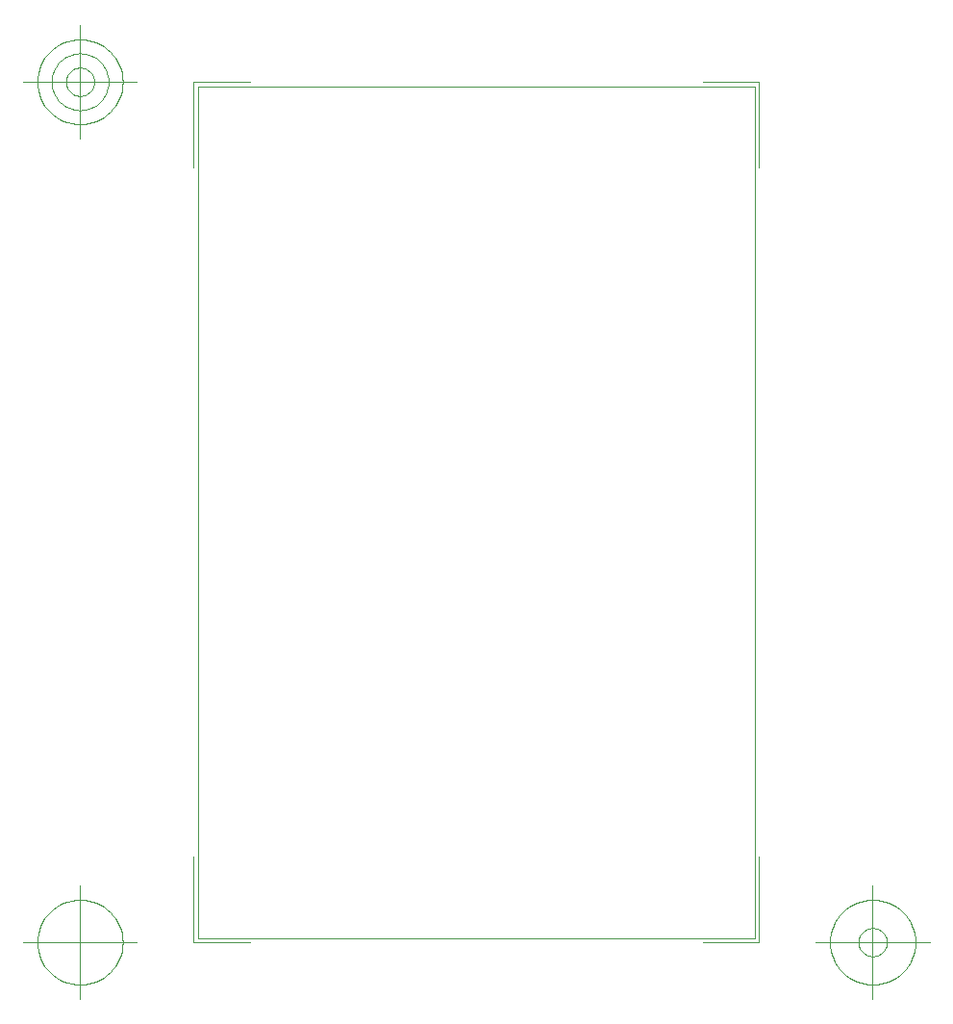
<source format=gbr>
G04 Generated by Ultiboard *
%FSLAX25Y25*%
%MOIN*%

%ADD10C,0.00004*%
%ADD11C,0.00394*%


G04 ColorRGB 00FFFF for the following layer *
%LNBoard Outline*%
%LPD*%
%FSLAX25Y25*%
%MOIN*%
G54D10*
X13000Y96000D02*
X206000Y96000D01*
X206000Y96000D02*
X206000Y391000D01*
X206000Y391000D02*
X13000Y391000D01*
X13000Y391000D02*
X13000Y96000D01*
G54D11*
X11500Y94500D02*
X11500Y124300D01*
X11500Y94500D02*
X31100Y94500D01*
X207500Y94500D02*
X187900Y94500D01*
X207500Y94500D02*
X207500Y124300D01*
X207500Y392500D02*
X207500Y362700D01*
X207500Y392500D02*
X187900Y392500D01*
X11500Y392500D02*
X31100Y392500D01*
X11500Y392500D02*
X11500Y362700D01*
X-8185Y94500D02*
X-47555Y94500D01*
X-27870Y74815D02*
X-27870Y114185D01*
X-13106Y94500D02*
X-13177Y95947D01*
X-13177Y95947D02*
X-13390Y97380D01*
X-13390Y97380D02*
X-13742Y98786D01*
X-13742Y98786D02*
X-14230Y100150D01*
X-14230Y100150D02*
X-14850Y101460D01*
X-14850Y101460D02*
X-15594Y102702D01*
X-15594Y102702D02*
X-16458Y103866D01*
X-16458Y103866D02*
X-17431Y104940D01*
X-17431Y104940D02*
X-18504Y105913D01*
X-18504Y105913D02*
X-19668Y106776D01*
X-19668Y106776D02*
X-20910Y107520D01*
X-20910Y107520D02*
X-22220Y108140D01*
X-22220Y108140D02*
X-23584Y108628D01*
X-23584Y108628D02*
X-24990Y108980D01*
X-24990Y108980D02*
X-26423Y109193D01*
X-26423Y109193D02*
X-27870Y109264D01*
X-27870Y109264D02*
X-29317Y109193D01*
X-29317Y109193D02*
X-30750Y108980D01*
X-30750Y108980D02*
X-32156Y108628D01*
X-32156Y108628D02*
X-33520Y108140D01*
X-33520Y108140D02*
X-34830Y107520D01*
X-34830Y107520D02*
X-36072Y106776D01*
X-36072Y106776D02*
X-37236Y105913D01*
X-37236Y105913D02*
X-38310Y104940D01*
X-38310Y104940D02*
X-39283Y103866D01*
X-39283Y103866D02*
X-40146Y102702D01*
X-40146Y102702D02*
X-40891Y101460D01*
X-40891Y101460D02*
X-41510Y100150D01*
X-41510Y100150D02*
X-41998Y98786D01*
X-41998Y98786D02*
X-42350Y97380D01*
X-42350Y97380D02*
X-42563Y95947D01*
X-42563Y95947D02*
X-42634Y94500D01*
X-42634Y94500D02*
X-42563Y93053D01*
X-42563Y93053D02*
X-42350Y91620D01*
X-42350Y91620D02*
X-41998Y90214D01*
X-41998Y90214D02*
X-41510Y88850D01*
X-41510Y88850D02*
X-40891Y87540D01*
X-40891Y87540D02*
X-40146Y86298D01*
X-40146Y86298D02*
X-39283Y85134D01*
X-39283Y85134D02*
X-38310Y84060D01*
X-38310Y84060D02*
X-37236Y83087D01*
X-37236Y83087D02*
X-36072Y82224D01*
X-36072Y82224D02*
X-34830Y81480D01*
X-34830Y81480D02*
X-33520Y80860D01*
X-33520Y80860D02*
X-32156Y80372D01*
X-32156Y80372D02*
X-30750Y80020D01*
X-30750Y80020D02*
X-29317Y79807D01*
X-29317Y79807D02*
X-27870Y79736D01*
X-27870Y79736D02*
X-26423Y79807D01*
X-26423Y79807D02*
X-24990Y80020D01*
X-24990Y80020D02*
X-23584Y80372D01*
X-23584Y80372D02*
X-22220Y80860D01*
X-22220Y80860D02*
X-20910Y81480D01*
X-20910Y81480D02*
X-19668Y82224D01*
X-19668Y82224D02*
X-18504Y83087D01*
X-18504Y83087D02*
X-17431Y84060D01*
X-17431Y84060D02*
X-16458Y85134D01*
X-16458Y85134D02*
X-15594Y86298D01*
X-15594Y86298D02*
X-14850Y87540D01*
X-14850Y87540D02*
X-14230Y88850D01*
X-14230Y88850D02*
X-13742Y90214D01*
X-13742Y90214D02*
X-13390Y91620D01*
X-13390Y91620D02*
X-13177Y93053D01*
X-13177Y93053D02*
X-13106Y94500D01*
X227185Y94500D02*
X266555Y94500D01*
X246870Y74815D02*
X246870Y114185D01*
X261634Y94500D02*
X261563Y95947D01*
X261563Y95947D02*
X261350Y97380D01*
X261350Y97380D02*
X260998Y98786D01*
X260998Y98786D02*
X260510Y100150D01*
X260510Y100150D02*
X259891Y101460D01*
X259891Y101460D02*
X259146Y102702D01*
X259146Y102702D02*
X258283Y103866D01*
X258283Y103866D02*
X257310Y104940D01*
X257310Y104940D02*
X256236Y105913D01*
X256236Y105913D02*
X255072Y106776D01*
X255072Y106776D02*
X253830Y107520D01*
X253830Y107520D02*
X252520Y108140D01*
X252520Y108140D02*
X251156Y108628D01*
X251156Y108628D02*
X249750Y108980D01*
X249750Y108980D02*
X248317Y109193D01*
X248317Y109193D02*
X246870Y109264D01*
X246870Y109264D02*
X245423Y109193D01*
X245423Y109193D02*
X243990Y108980D01*
X243990Y108980D02*
X242584Y108628D01*
X242584Y108628D02*
X241220Y108140D01*
X241220Y108140D02*
X239910Y107520D01*
X239910Y107520D02*
X238668Y106776D01*
X238668Y106776D02*
X237504Y105913D01*
X237504Y105913D02*
X236431Y104940D01*
X236431Y104940D02*
X235458Y103866D01*
X235458Y103866D02*
X234594Y102702D01*
X234594Y102702D02*
X233850Y101460D01*
X233850Y101460D02*
X233230Y100150D01*
X233230Y100150D02*
X232742Y98786D01*
X232742Y98786D02*
X232390Y97380D01*
X232390Y97380D02*
X232177Y95947D01*
X232177Y95947D02*
X232106Y94500D01*
X232106Y94500D02*
X232177Y93053D01*
X232177Y93053D02*
X232390Y91620D01*
X232390Y91620D02*
X232742Y90214D01*
X232742Y90214D02*
X233230Y88850D01*
X233230Y88850D02*
X233850Y87540D01*
X233850Y87540D02*
X234594Y86298D01*
X234594Y86298D02*
X235458Y85134D01*
X235458Y85134D02*
X236431Y84060D01*
X236431Y84060D02*
X237504Y83087D01*
X237504Y83087D02*
X238668Y82224D01*
X238668Y82224D02*
X239910Y81480D01*
X239910Y81480D02*
X241220Y80860D01*
X241220Y80860D02*
X242584Y80372D01*
X242584Y80372D02*
X243990Y80020D01*
X243990Y80020D02*
X245423Y79807D01*
X245423Y79807D02*
X246870Y79736D01*
X246870Y79736D02*
X248317Y79807D01*
X248317Y79807D02*
X249750Y80020D01*
X249750Y80020D02*
X251156Y80372D01*
X251156Y80372D02*
X252520Y80860D01*
X252520Y80860D02*
X253830Y81480D01*
X253830Y81480D02*
X255072Y82224D01*
X255072Y82224D02*
X256236Y83087D01*
X256236Y83087D02*
X257310Y84060D01*
X257310Y84060D02*
X258283Y85134D01*
X258283Y85134D02*
X259146Y86298D01*
X259146Y86298D02*
X259891Y87540D01*
X259891Y87540D02*
X260510Y88850D01*
X260510Y88850D02*
X260998Y90214D01*
X260998Y90214D02*
X261350Y91620D01*
X261350Y91620D02*
X261563Y93053D01*
X261563Y93053D02*
X261634Y94500D01*
X251791Y94500D02*
X251768Y94982D01*
X251768Y94982D02*
X251697Y95460D01*
X251697Y95460D02*
X251579Y95929D01*
X251579Y95929D02*
X251417Y96383D01*
X251417Y96383D02*
X251210Y96820D01*
X251210Y96820D02*
X250962Y97234D01*
X250962Y97234D02*
X250674Y97622D01*
X250674Y97622D02*
X250350Y97980D01*
X250350Y97980D02*
X249992Y98304D01*
X249992Y98304D02*
X249604Y98592D01*
X249604Y98592D02*
X249190Y98840D01*
X249190Y98840D02*
X248753Y99047D01*
X248753Y99047D02*
X248299Y99209D01*
X248299Y99209D02*
X247830Y99327D01*
X247830Y99327D02*
X247352Y99398D01*
X247352Y99398D02*
X246870Y99421D01*
X246870Y99421D02*
X246388Y99398D01*
X246388Y99398D02*
X245910Y99327D01*
X245910Y99327D02*
X245442Y99209D01*
X245442Y99209D02*
X244987Y99047D01*
X244987Y99047D02*
X244550Y98840D01*
X244550Y98840D02*
X244136Y98592D01*
X244136Y98592D02*
X243748Y98304D01*
X243748Y98304D02*
X243390Y97980D01*
X243390Y97980D02*
X243066Y97622D01*
X243066Y97622D02*
X242778Y97234D01*
X242778Y97234D02*
X242530Y96820D01*
X242530Y96820D02*
X242323Y96383D01*
X242323Y96383D02*
X242161Y95929D01*
X242161Y95929D02*
X242043Y95460D01*
X242043Y95460D02*
X241973Y94982D01*
X241973Y94982D02*
X241949Y94500D01*
X241949Y94500D02*
X241973Y94018D01*
X241973Y94018D02*
X242043Y93540D01*
X242043Y93540D02*
X242161Y93071D01*
X242161Y93071D02*
X242323Y92617D01*
X242323Y92617D02*
X242530Y92180D01*
X242530Y92180D02*
X242778Y91766D01*
X242778Y91766D02*
X243066Y91378D01*
X243066Y91378D02*
X243390Y91020D01*
X243390Y91020D02*
X243748Y90696D01*
X243748Y90696D02*
X244136Y90408D01*
X244136Y90408D02*
X244550Y90160D01*
X244550Y90160D02*
X244987Y89953D01*
X244987Y89953D02*
X245442Y89791D01*
X245442Y89791D02*
X245910Y89673D01*
X245910Y89673D02*
X246388Y89602D01*
X246388Y89602D02*
X246870Y89579D01*
X246870Y89579D02*
X247352Y89602D01*
X247352Y89602D02*
X247830Y89673D01*
X247830Y89673D02*
X248299Y89791D01*
X248299Y89791D02*
X248753Y89953D01*
X248753Y89953D02*
X249190Y90160D01*
X249190Y90160D02*
X249604Y90408D01*
X249604Y90408D02*
X249992Y90696D01*
X249992Y90696D02*
X250350Y91020D01*
X250350Y91020D02*
X250674Y91378D01*
X250674Y91378D02*
X250962Y91766D01*
X250962Y91766D02*
X251210Y92180D01*
X251210Y92180D02*
X251417Y92617D01*
X251417Y92617D02*
X251579Y93071D01*
X251579Y93071D02*
X251697Y93540D01*
X251697Y93540D02*
X251768Y94018D01*
X251768Y94018D02*
X251791Y94500D01*
X-8185Y392500D02*
X-47555Y392500D01*
X-27870Y372815D02*
X-27870Y412185D01*
X-13106Y392500D02*
X-13177Y393947D01*
X-13177Y393947D02*
X-13390Y395380D01*
X-13390Y395380D02*
X-13742Y396786D01*
X-13742Y396786D02*
X-14230Y398150D01*
X-14230Y398150D02*
X-14850Y399460D01*
X-14850Y399460D02*
X-15594Y400702D01*
X-15594Y400702D02*
X-16458Y401866D01*
X-16458Y401866D02*
X-17431Y402940D01*
X-17431Y402940D02*
X-18504Y403913D01*
X-18504Y403913D02*
X-19668Y404776D01*
X-19668Y404776D02*
X-20910Y405520D01*
X-20910Y405520D02*
X-22220Y406140D01*
X-22220Y406140D02*
X-23584Y406628D01*
X-23584Y406628D02*
X-24990Y406980D01*
X-24990Y406980D02*
X-26423Y407193D01*
X-26423Y407193D02*
X-27870Y407264D01*
X-27870Y407264D02*
X-29317Y407193D01*
X-29317Y407193D02*
X-30750Y406980D01*
X-30750Y406980D02*
X-32156Y406628D01*
X-32156Y406628D02*
X-33520Y406140D01*
X-33520Y406140D02*
X-34830Y405520D01*
X-34830Y405520D02*
X-36072Y404776D01*
X-36072Y404776D02*
X-37236Y403913D01*
X-37236Y403913D02*
X-38310Y402940D01*
X-38310Y402940D02*
X-39283Y401866D01*
X-39283Y401866D02*
X-40146Y400702D01*
X-40146Y400702D02*
X-40891Y399460D01*
X-40891Y399460D02*
X-41510Y398150D01*
X-41510Y398150D02*
X-41998Y396786D01*
X-41998Y396786D02*
X-42350Y395380D01*
X-42350Y395380D02*
X-42563Y393947D01*
X-42563Y393947D02*
X-42634Y392500D01*
X-42634Y392500D02*
X-42563Y391053D01*
X-42563Y391053D02*
X-42350Y389620D01*
X-42350Y389620D02*
X-41998Y388214D01*
X-41998Y388214D02*
X-41510Y386850D01*
X-41510Y386850D02*
X-40891Y385540D01*
X-40891Y385540D02*
X-40146Y384298D01*
X-40146Y384298D02*
X-39283Y383134D01*
X-39283Y383134D02*
X-38310Y382060D01*
X-38310Y382060D02*
X-37236Y381087D01*
X-37236Y381087D02*
X-36072Y380224D01*
X-36072Y380224D02*
X-34830Y379480D01*
X-34830Y379480D02*
X-33520Y378860D01*
X-33520Y378860D02*
X-32156Y378372D01*
X-32156Y378372D02*
X-30750Y378020D01*
X-30750Y378020D02*
X-29317Y377807D01*
X-29317Y377807D02*
X-27870Y377736D01*
X-27870Y377736D02*
X-26423Y377807D01*
X-26423Y377807D02*
X-24990Y378020D01*
X-24990Y378020D02*
X-23584Y378372D01*
X-23584Y378372D02*
X-22220Y378860D01*
X-22220Y378860D02*
X-20910Y379480D01*
X-20910Y379480D02*
X-19668Y380224D01*
X-19668Y380224D02*
X-18504Y381087D01*
X-18504Y381087D02*
X-17431Y382060D01*
X-17431Y382060D02*
X-16458Y383134D01*
X-16458Y383134D02*
X-15594Y384298D01*
X-15594Y384298D02*
X-14850Y385540D01*
X-14850Y385540D02*
X-14230Y386850D01*
X-14230Y386850D02*
X-13742Y388214D01*
X-13742Y388214D02*
X-13390Y389620D01*
X-13390Y389620D02*
X-13177Y391053D01*
X-13177Y391053D02*
X-13106Y392500D01*
X-18028Y392500D02*
X-18075Y393465D01*
X-18075Y393465D02*
X-18217Y394420D01*
X-18217Y394420D02*
X-18451Y395357D01*
X-18451Y395357D02*
X-18777Y396267D01*
X-18777Y396267D02*
X-19190Y397140D01*
X-19190Y397140D02*
X-19686Y397968D01*
X-19686Y397968D02*
X-20262Y398744D01*
X-20262Y398744D02*
X-20910Y399460D01*
X-20910Y399460D02*
X-21626Y400108D01*
X-21626Y400108D02*
X-22402Y400684D01*
X-22402Y400684D02*
X-23230Y401180D01*
X-23230Y401180D02*
X-24104Y401593D01*
X-24104Y401593D02*
X-25013Y401919D01*
X-25013Y401919D02*
X-25950Y402153D01*
X-25950Y402153D02*
X-26905Y402295D01*
X-26905Y402295D02*
X-27870Y402343D01*
X-27870Y402343D02*
X-28835Y402295D01*
X-28835Y402295D02*
X-29790Y402153D01*
X-29790Y402153D02*
X-30727Y401919D01*
X-30727Y401919D02*
X-31637Y401593D01*
X-31637Y401593D02*
X-32510Y401180D01*
X-32510Y401180D02*
X-33338Y400684D01*
X-33338Y400684D02*
X-34114Y400108D01*
X-34114Y400108D02*
X-34830Y399460D01*
X-34830Y399460D02*
X-35478Y398744D01*
X-35478Y398744D02*
X-36054Y397968D01*
X-36054Y397968D02*
X-36550Y397140D01*
X-36550Y397140D02*
X-36963Y396267D01*
X-36963Y396267D02*
X-37289Y395357D01*
X-37289Y395357D02*
X-37523Y394420D01*
X-37523Y394420D02*
X-37665Y393465D01*
X-37665Y393465D02*
X-37713Y392500D01*
X-37713Y392500D02*
X-37665Y391535D01*
X-37665Y391535D02*
X-37523Y390580D01*
X-37523Y390580D02*
X-37289Y389643D01*
X-37289Y389643D02*
X-36963Y388733D01*
X-36963Y388733D02*
X-36550Y387860D01*
X-36550Y387860D02*
X-36054Y387032D01*
X-36054Y387032D02*
X-35478Y386256D01*
X-35478Y386256D02*
X-34830Y385540D01*
X-34830Y385540D02*
X-34114Y384892D01*
X-34114Y384892D02*
X-33338Y384316D01*
X-33338Y384316D02*
X-32510Y383820D01*
X-32510Y383820D02*
X-31637Y383407D01*
X-31637Y383407D02*
X-30727Y383081D01*
X-30727Y383081D02*
X-29790Y382847D01*
X-29790Y382847D02*
X-28835Y382705D01*
X-28835Y382705D02*
X-27870Y382657D01*
X-27870Y382657D02*
X-26905Y382705D01*
X-26905Y382705D02*
X-25950Y382847D01*
X-25950Y382847D02*
X-25013Y383081D01*
X-25013Y383081D02*
X-24104Y383407D01*
X-24104Y383407D02*
X-23230Y383820D01*
X-23230Y383820D02*
X-22402Y384316D01*
X-22402Y384316D02*
X-21626Y384892D01*
X-21626Y384892D02*
X-20910Y385540D01*
X-20910Y385540D02*
X-20262Y386256D01*
X-20262Y386256D02*
X-19686Y387032D01*
X-19686Y387032D02*
X-19190Y387860D01*
X-19190Y387860D02*
X-18777Y388733D01*
X-18777Y388733D02*
X-18451Y389643D01*
X-18451Y389643D02*
X-18217Y390580D01*
X-18217Y390580D02*
X-18075Y391535D01*
X-18075Y391535D02*
X-18028Y392500D01*
X-22949Y392500D02*
X-22973Y392982D01*
X-22973Y392982D02*
X-23043Y393460D01*
X-23043Y393460D02*
X-23161Y393929D01*
X-23161Y393929D02*
X-23323Y394383D01*
X-23323Y394383D02*
X-23530Y394820D01*
X-23530Y394820D02*
X-23778Y395234D01*
X-23778Y395234D02*
X-24066Y395622D01*
X-24066Y395622D02*
X-24390Y395980D01*
X-24390Y395980D02*
X-24748Y396304D01*
X-24748Y396304D02*
X-25136Y396592D01*
X-25136Y396592D02*
X-25550Y396840D01*
X-25550Y396840D02*
X-25987Y397047D01*
X-25987Y397047D02*
X-26442Y397209D01*
X-26442Y397209D02*
X-26910Y397327D01*
X-26910Y397327D02*
X-27388Y397398D01*
X-27388Y397398D02*
X-27870Y397421D01*
X-27870Y397421D02*
X-28352Y397398D01*
X-28352Y397398D02*
X-28830Y397327D01*
X-28830Y397327D02*
X-29299Y397209D01*
X-29299Y397209D02*
X-29753Y397047D01*
X-29753Y397047D02*
X-30190Y396840D01*
X-30190Y396840D02*
X-30604Y396592D01*
X-30604Y396592D02*
X-30992Y396304D01*
X-30992Y396304D02*
X-31350Y395980D01*
X-31350Y395980D02*
X-31674Y395622D01*
X-31674Y395622D02*
X-31962Y395234D01*
X-31962Y395234D02*
X-32210Y394820D01*
X-32210Y394820D02*
X-32417Y394383D01*
X-32417Y394383D02*
X-32579Y393929D01*
X-32579Y393929D02*
X-32697Y393460D01*
X-32697Y393460D02*
X-32768Y392982D01*
X-32768Y392982D02*
X-32791Y392500D01*
X-32791Y392500D02*
X-32768Y392018D01*
X-32768Y392018D02*
X-32697Y391540D01*
X-32697Y391540D02*
X-32579Y391071D01*
X-32579Y391071D02*
X-32417Y390617D01*
X-32417Y390617D02*
X-32210Y390180D01*
X-32210Y390180D02*
X-31962Y389766D01*
X-31962Y389766D02*
X-31674Y389378D01*
X-31674Y389378D02*
X-31350Y389020D01*
X-31350Y389020D02*
X-30992Y388696D01*
X-30992Y388696D02*
X-30604Y388408D01*
X-30604Y388408D02*
X-30190Y388160D01*
X-30190Y388160D02*
X-29753Y387953D01*
X-29753Y387953D02*
X-29299Y387791D01*
X-29299Y387791D02*
X-28830Y387673D01*
X-28830Y387673D02*
X-28352Y387602D01*
X-28352Y387602D02*
X-27870Y387579D01*
X-27870Y387579D02*
X-27388Y387602D01*
X-27388Y387602D02*
X-26910Y387673D01*
X-26910Y387673D02*
X-26442Y387791D01*
X-26442Y387791D02*
X-25987Y387953D01*
X-25987Y387953D02*
X-25550Y388160D01*
X-25550Y388160D02*
X-25136Y388408D01*
X-25136Y388408D02*
X-24748Y388696D01*
X-24748Y388696D02*
X-24390Y389020D01*
X-24390Y389020D02*
X-24066Y389378D01*
X-24066Y389378D02*
X-23778Y389766D01*
X-23778Y389766D02*
X-23530Y390180D01*
X-23530Y390180D02*
X-23323Y390617D01*
X-23323Y390617D02*
X-23161Y391071D01*
X-23161Y391071D02*
X-23043Y391540D01*
X-23043Y391540D02*
X-22973Y392018D01*
X-22973Y392018D02*
X-22949Y392500D01*

M00*

</source>
